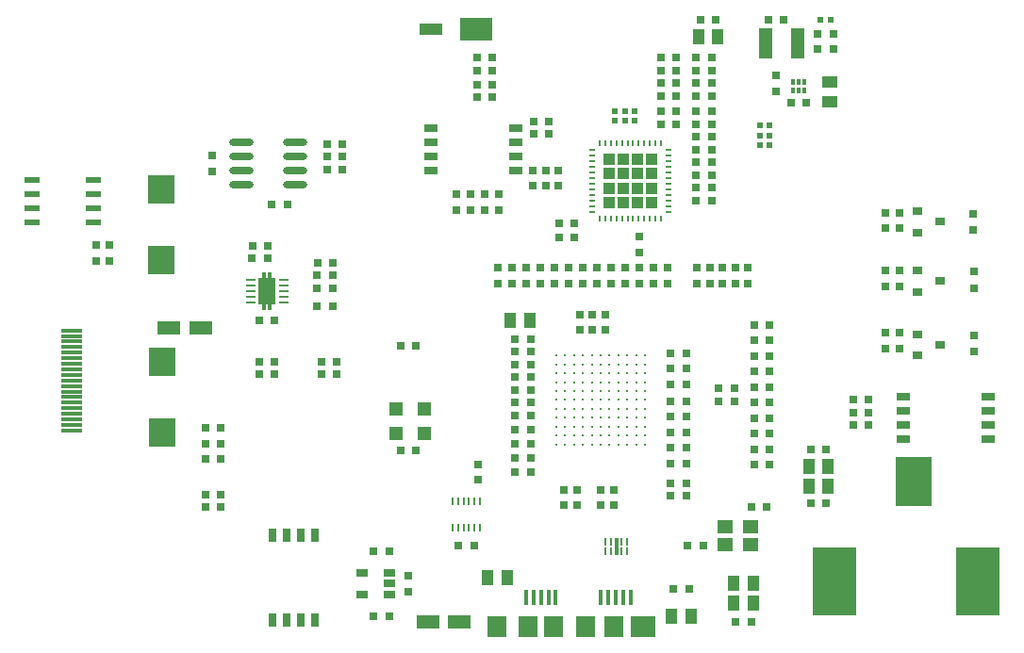
<source format=gtp>
%FSTAX23Y23*%
%MOIN*%
%SFA1B1*%

%IPPOS*%
%ADD20R,0.043310X0.043310*%
%ADD21R,0.030000X0.030000*%
%ADD22R,0.094490X0.102360*%
%ADD23R,0.057090X0.023620*%
%ADD24R,0.030000X0.030000*%
%ADD25R,0.074800X0.011810*%
%ADD26R,0.118110X0.078740*%
%ADD27R,0.078740X0.039370*%
%ADD28R,0.035430X0.031500*%
%ADD29R,0.031000X0.031000*%
%ADD30R,0.044490X0.057870*%
%ADD31R,0.078740X0.047240*%
%ADD32R,0.012000X0.053000*%
%ADD33R,0.071000X0.075000*%
%ADD34R,0.091000X0.075000*%
%ADD35R,0.050000X0.029920*%
%ADD36R,0.029920X0.050000*%
%ADD37R,0.007870X0.026570*%
%ADD38R,0.014960X0.061000*%
%ADD39R,0.051180X0.049210*%
%ADD40R,0.019680X0.019680*%
%ADD41R,0.129920X0.173230*%
%ADD42R,0.153540X0.244100*%
%ADD43R,0.057870X0.044490*%
%ADD44R,0.011810X0.020470*%
%ADD45R,0.011810X0.019290*%
%ADD46R,0.019680X0.019680*%
%ADD47R,0.050790X0.107090*%
%ADD48R,0.010630X0.031500*%
%ADD49R,0.055120X0.047240*%
%ADD50O,0.086610X0.023620*%
%ADD51R,0.033470X0.011020*%
%ADD52R,0.064960X0.094490*%
%ADD53R,0.023620X0.009840*%
%ADD54R,0.009840X0.023620*%
%ADD55R,0.039370X0.027560*%
%ADD56C,0.009450*%
%LNusb_control-1*%
%LPD*%
G36*
X00994Y01193D02*
Y01173D01*
X00983*
Y01193*
X00994*
G37*
G36*
X01003D02*
Y01173D01*
X01014*
Y01193*
X01003*
G37*
G36*
X00994Y01287D02*
Y01307D01*
X00983*
Y01287*
X00994*
G37*
G36*
X01003D02*
Y01307D01*
X01014*
Y01287*
X01003*
G37*
G54D20*
X0236Y01706D03*
Y01655D03*
X02309Y01706D03*
Y01655D03*
X0236Y01553D03*
Y01604D03*
X02309D03*
Y01553D03*
X02258Y01706D03*
Y01655D03*
X02207D03*
Y01706D03*
X02258Y01604D03*
Y01553D03*
X02207Y01604D03*
Y01553D03*
G54D21*
X01002Y014D03*
X00947D03*
X00946Y01355D03*
X01001D03*
X02826Y022D03*
X02771D03*
X02586D03*
X02531D03*
X02571Y01605D03*
X02516D03*
X01931Y00845D03*
X01876D03*
X02491Y00185D03*
X02436D03*
X01431Y0032D03*
X01376D03*
X00971Y0099D03*
X01026D03*
X00971Y00945D03*
X01026D03*
X01876Y0075D03*
X01931D03*
X01876Y007D03*
X01931D03*
X01876Y0065D03*
X01931D03*
X01876Y01025D03*
X01931D03*
X01876Y0098D03*
X01931D03*
X01876Y006D03*
X01931D03*
X01876Y0089D03*
X01931D03*
X02481Y0085D03*
X02426D03*
X02481Y0102D03*
X02426D03*
X01876Y008D03*
X01931D03*
X02481Y00515D03*
X02426D03*
X02481Y0056D03*
X02426D03*
X02711Y0007D03*
X02656D03*
X02481Y0063D03*
X02426D03*
X02976Y0049D03*
X02921D03*
X02481Y00795D03*
X02426D03*
X02976Y0068D03*
X02921D03*
X01876Y00935D03*
X01931D03*
X01526Y01045D03*
X01471D03*
X02481Y00965D03*
X02426D03*
X02481Y0091D03*
X02426D03*
X02651Y00895D03*
X02596D03*
X02651Y0085D03*
X02596D03*
X02481Y00685D03*
X02426D03*
X02481Y0074D03*
X02426D03*
X01177Y0134D03*
X01232D03*
X00971Y01135D03*
X01026D03*
X01071Y01545D03*
X01016D03*
X00836Y0052D03*
X00781D03*
X01731Y0034D03*
X01676D03*
X02486D03*
X02541D03*
X02766Y00475D03*
X02711D03*
X03071Y00765D03*
X03126D03*
X03071Y0081D03*
X03126D03*
X03071Y00855D03*
X03126D03*
X02776Y00625D03*
X02721D03*
Y0112D03*
X02776D03*
X02721Y01065D03*
X02776D03*
X02721Y0101D03*
X02776D03*
X01246Y0099D03*
X01191D03*
X01246Y00945D03*
X01191D03*
X02721Y009D03*
X02776D03*
X02721Y0079D03*
X02776D03*
X02721Y0068D03*
X02776D03*
Y00955D03*
X02721D03*
X02776Y00845D03*
X02721D03*
X02776Y00735D03*
X02721D03*
X01376Y0009D03*
X01431D03*
X00836Y00645D03*
X00781D03*
X00836Y007D03*
X00781D03*
X00836Y00755D03*
X00781D03*
X01231Y01295D03*
X01176D03*
X01231Y0125D03*
X01176D03*
X01176Y01185D03*
X01231D03*
X01211Y0176D03*
X01266D03*
X01211Y01715D03*
X01266D03*
Y0167D03*
X01211D03*
X00781Y00475D03*
X00836D03*
X01876Y0107D03*
X01931D03*
X01471Y00675D03*
X01526D03*
X02086Y0148D03*
X02031D03*
X02086Y0143D03*
X02031D03*
X01796Y01925D03*
X01741D03*
X01796Y0197D03*
X01741D03*
X01796Y0202D03*
X01741D03*
X02391Y0193D03*
X02446D03*
X02391Y01975D03*
X02446D03*
X02391Y0202D03*
X02446D03*
Y01875D03*
X02391D03*
X02446Y0183D03*
X02391D03*
X02516Y01695D03*
X02571D03*
X02516Y01785D03*
X02571D03*
X02516Y0174D03*
X02571D03*
X01996Y0184D03*
X01941D03*
X01996Y01795D03*
X01941D03*
X02516Y0156D03*
X02571D03*
X02516Y0165D03*
X02571D03*
X01796Y02065D03*
X01741D03*
X02391D03*
X02446D03*
X02516Y01975D03*
X02571D03*
X02516Y01875D03*
X02571D03*
X02516Y0202D03*
X02571D03*
Y0193D03*
X02516D03*
X02571Y0183D03*
X02516D03*
X02571Y02065D03*
X02516D03*
X02906Y01905D03*
X02851D03*
X02946Y0215D03*
X03001D03*
Y02095D03*
X02946D03*
G54D22*
X00624Y01349D03*
Y016D03*
X00629Y0099D03*
Y00739D03*
G54D23*
X0017Y01582D03*
Y01632D03*
X00385Y01482D03*
Y01532D03*
Y01582D03*
Y01632D03*
X0017Y01482D03*
Y01532D03*
G54D24*
X00394Y01402D03*
Y01347D03*
X00443Y01402D03*
Y01347D03*
X01964Y01322D03*
Y01267D03*
X01914Y01322D03*
Y01267D03*
X01814Y01322D03*
Y01267D03*
X01864Y01322D03*
Y01267D03*
X03184Y01257D03*
Y01312D03*
Y01092D03*
Y01037D03*
X03234D03*
Y01092D03*
X02179Y00537D03*
Y00482D03*
X02224Y00537D03*
Y00482D03*
X01499Y00232D03*
Y00177D03*
X02149Y01157D03*
Y01102D03*
X02194Y01157D03*
Y01102D03*
X02094Y00482D03*
Y00537D03*
X02104Y01157D03*
Y01102D03*
X00804Y01663D03*
Y01718D03*
X02049Y00482D03*
Y00537D03*
X02609Y01267D03*
Y01322D03*
X02564Y01267D03*
Y01322D03*
X02519Y01267D03*
Y01322D03*
X02699Y01267D03*
Y01322D03*
X02654Y01267D03*
Y01322D03*
X02414Y01267D03*
Y01322D03*
X02014Y01267D03*
Y01322D03*
X02064Y01267D03*
Y01322D03*
X02114Y01267D03*
Y01322D03*
X02164Y01267D03*
Y01322D03*
X02214Y01267D03*
Y01322D03*
X02264Y01267D03*
Y01322D03*
X02314Y01267D03*
Y01322D03*
X02364Y01267D03*
Y01322D03*
X01744Y00572D03*
Y00627D03*
X03234Y01312D03*
Y01257D03*
Y01517D03*
Y01462D03*
X03184D03*
Y01517D03*
X02029Y01612D03*
Y01667D03*
X01984Y01612D03*
Y01667D03*
X01939Y01612D03*
Y01667D03*
X02314Y01432D03*
Y01377D03*
X01669Y01582D03*
Y01527D03*
X01719Y01582D03*
Y01527D03*
X01769Y01582D03*
Y01527D03*
X01819Y01582D03*
Y01527D03*
X02799Y02002D03*
Y01947D03*
G54D25*
X0031Y01101D03*
Y01081D03*
Y01062D03*
Y01042D03*
Y01022D03*
Y01002D03*
Y00983D03*
Y00963D03*
Y00943D03*
Y00924D03*
Y00904D03*
Y00884D03*
Y00865D03*
Y00845D03*
Y00825D03*
Y00806D03*
Y00786D03*
Y00766D03*
Y00747D03*
G54D26*
X01739Y02165D03*
G54D27*
X01578Y02165D03*
G54D28*
X03299Y01312D03*
Y01237D03*
X03378Y01275D03*
Y01485D03*
X03299Y01447D03*
Y01522D03*
X03378Y0105D03*
X03299Y01012D03*
Y01087D03*
G54D29*
X03499Y01084D03*
Y01025D03*
Y0125D03*
Y01309D03*
X03494Y01455D03*
Y01514D03*
G54D30*
X02718Y00205D03*
X02649D03*
X02429Y0009D03*
X02498D03*
X02524Y0214D03*
X02593D03*
X02983Y0062D03*
X02914D03*
X02983Y0055D03*
X02914D03*
X02718Y00135D03*
X02649D03*
X01928Y01135D03*
X01859D03*
X01848Y00225D03*
X01779D03*
G54D31*
X00653Y0111D03*
X00764D03*
X01568Y0007D03*
X01679D03*
G54D32*
X02258Y00157D03*
X02284D03*
X0218D03*
X02206D03*
X01916D03*
X01994D03*
X0202D03*
X02232D03*
X01968D03*
X01942D03*
G54D33*
X01811Y00052D03*
X01923D03*
X02013D03*
X02126D03*
X02224Y00052D03*
G54D34*
X02327Y00052D03*
G54D35*
X03549Y00715D03*
Y00765D03*
Y00815D03*
Y00865D03*
X03249Y00715D03*
Y00765D03*
Y00815D03*
Y00865D03*
X01879Y01665D03*
Y01715D03*
Y01765D03*
Y01815D03*
X01579Y01665D03*
Y01715D03*
Y01765D03*
Y01815D03*
G54D36*
X01169Y00375D03*
X01119D03*
X01069D03*
X01019D03*
X01169Y00075D03*
X01119D03*
X01069D03*
X01019D03*
G54D37*
X02273Y00352D03*
X02253D03*
X02215D03*
X02195D03*
Y00318D03*
X02215D03*
X02253D03*
X02273D03*
G54D38*
X02234Y00335D03*
G54D39*
X01554Y00735D03*
X01454Y00824D03*
Y00735D03*
X01554Y00824D03*
G54D40*
X02299Y01842D03*
Y01877D03*
X02264Y01842D03*
Y01877D03*
X02229Y01842D03*
Y01877D03*
G54D41*
X03286Y00567D03*
G54D42*
X03512Y00212D03*
X03005D03*
G54D43*
X02989Y01979D03*
Y0191D03*
G54D44*
X02898Y0198D03*
G54D45*
X02879Y0198D03*
X02859D03*
Y01949D03*
X02879D03*
X02898D03*
G54D46*
X02956Y022D03*
X02991D03*
X02741Y01825D03*
X02776D03*
X02741Y0179D03*
X02776D03*
X02741Y01755D03*
X02776D03*
G54D47*
X02874Y02115D03*
X02763D03*
G54D48*
X01753Y00497D03*
X01733D03*
X01713D03*
X01694D03*
X01674D03*
X01654D03*
X01753Y00402D03*
X01733D03*
X01713D03*
X01694D03*
X01674D03*
X01654D03*
G54D49*
X02707Y00406D03*
Y00343D03*
X0262Y00406D03*
Y00343D03*
G54D50*
X01098Y01765D03*
Y01665D03*
Y01715D03*
Y01615D03*
X00909Y01765D03*
Y01715D03*
Y01665D03*
Y01615D03*
G54D51*
X01057Y01279D03*
Y0126D03*
Y0124D03*
Y0122D03*
Y012D03*
X00941Y01279D03*
Y0124D03*
Y0126D03*
Y012D03*
Y0122D03*
G54D52*
X00999Y0124D03*
G54D53*
X02417Y01738D03*
Y01698D03*
Y01718D03*
Y01679D03*
Y01639D03*
Y01659D03*
Y0162D03*
Y0158D03*
Y016D03*
Y01541D03*
Y01521D03*
Y01561D03*
X0215Y01738D03*
Y01639D03*
Y01659D03*
Y0162D03*
Y01698D03*
Y01718D03*
Y01679D03*
Y0158D03*
Y016D03*
Y01541D03*
Y01561D03*
Y01521D03*
G54D54*
X02392Y01763D03*
X02372D03*
X02333D03*
X02313D03*
X02352D03*
X02293D03*
X02274D03*
X02392Y01496D03*
X02352D03*
X02333D03*
X02372D03*
X02293D03*
X02274D03*
X02313D03*
X02234Y01763D03*
X02215D03*
X02254D03*
X02195D03*
X02175D03*
X02234Y01496D03*
X02215D03*
X02254D03*
X02175D03*
X02195D03*
G54D55*
X01431Y00205D03*
Y00242D03*
Y00167D03*
X01336Y00242D03*
Y00167D03*
G54D56*
X02336Y01012D03*
Y0098D03*
X02304Y01012D03*
X02336Y00949D03*
X02304Y0098D03*
X02273D03*
Y01012D03*
X02304Y00949D03*
X02273D03*
X02336Y00917D03*
Y00886D03*
X02304Y00917D03*
X02336Y00855D03*
X02304Y00886D03*
X02273D03*
Y00917D03*
X02304Y00855D03*
X02273D03*
X02241Y0098D03*
Y00949D03*
Y01012D03*
Y00917D03*
X0221Y00949D03*
Y0098D03*
Y01012D03*
X02179Y00917D03*
Y00949D03*
X02241Y00886D03*
X0221Y00917D03*
X02241Y00855D03*
X0221Y00886D03*
Y00855D03*
X02179Y00886D03*
Y00855D03*
X02336Y0076D03*
Y00823D03*
X02304D03*
X02273D03*
X02336Y00792D03*
X02304D03*
X02336Y00697D03*
Y00729D03*
X02304D03*
Y0076D03*
Y00697D03*
X02273D03*
X02241Y00823D03*
X02273Y00792D03*
X02241D03*
X02273Y0076D03*
X02241D03*
X0221Y00823D03*
X02179D03*
X0221Y00792D03*
X02179D03*
X02273Y00729D03*
X0221Y0076D03*
X02241Y00697D03*
Y00729D03*
X0221D03*
X02179D03*
X0221Y00697D03*
X02179D03*
X02147Y01012D03*
X02179D03*
X02116Y0098D03*
X02179D03*
X02147D03*
X02116Y01012D03*
X02147Y00917D03*
Y00886D03*
Y00949D03*
Y00855D03*
X02116Y00917D03*
Y00949D03*
Y00855D03*
Y00886D03*
X02084Y01012D03*
Y0098D03*
X02053Y01012D03*
X02084Y00949D03*
X02053Y0098D03*
X02021D03*
Y01012D03*
X02053Y00949D03*
X02021D03*
X02084Y00917D03*
X02053D03*
X02084Y00855D03*
Y00886D03*
X02053D03*
X02021Y00917D03*
X02053Y00855D03*
X02021Y00886D03*
X02147Y00823D03*
Y00792D03*
X02116Y00823D03*
X02179Y0076D03*
X02147D03*
X02116Y00792D03*
X02084Y00823D03*
Y0076D03*
X02147Y00729D03*
X02116Y0076D03*
X02147Y00697D03*
X02116Y00729D03*
Y00697D03*
X02021Y00855D03*
X02053Y00823D03*
X02021D03*
X02084Y00792D03*
X02053D03*
X02021D03*
X02084Y00729D03*
X02053D03*
X02084Y00697D03*
X02053D03*
Y0076D03*
X02021D03*
Y00697D03*
Y00729D03*
M02*
</source>
